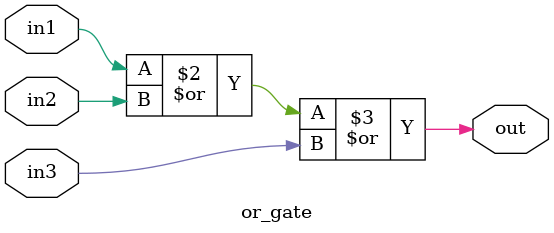
<source format=v>


module or_gate (in1,in2,in3,out);

	//port declaration
	
	//inputs
	input in1;
	input in2;
	input in3;
	
	//output
	output out;
	reg out;
	
	//sensitivity list : in1,in2
	//out = 1 if one of the inputs are 1
	always @ (in1,in2,in3)
	begin
		out = in1|in2|in3 ;
	end

endmodule
</source>
